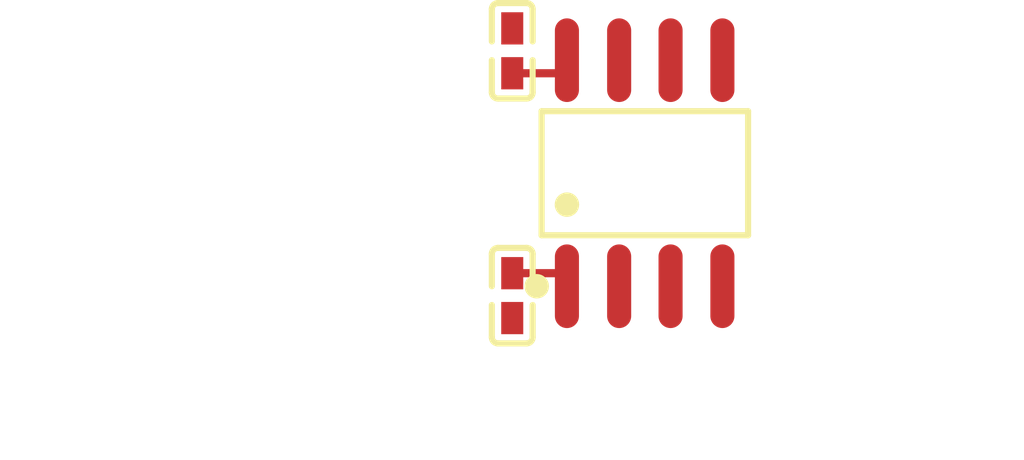
<source format=kicad_pcb>
(kicad_pcb (version 20241229) (generator "pcbnew") (generator_version "9.0")
  (layers (0 "F.Cu" signal) (2 "B.Cu" signal) (13 "F.Paste" user) (15 "B.Paste" user) (5 "F.SilkS" user "F.Silkscreen") (7 "B.SilkS" user "B.Silkscreen") (1 "F.Mask" user) (3 "B.Mask" user) (25 "Edge.Cuts" user))
  (net 0 "")
  (net 1 "hv-1")
  (net 2 "line")
  (net 3 "line-2")
  (net 4 "line-3")
  (net 5 "hv")
  (net 6 "gnd")
  (net 7 "line-1")
  (net 8 "gnd-1")
  (footprint "Samsung_Electro_Mechanics_CL05B104KO5NNNC:C0402" (layer "F.Cu") (at -3.25 -3 90)
    (property "Reference" "C1" (hide yes))
    (property "Value" "100nF ±10% 16V X7R")
    (fp_line (start 1.02 -0.5) (end 0.23 -0.5) (stroke (width 0.15)) (layer "F.SilkS"))
    (fp_line (start -1.02 -0.5) (end -0.23 -0.5) (stroke (width 0.15)) (layer "F.SilkS"))
    (fp_line (start 1.17 0.35) (end 1.17 -0.35) (stroke (width 0.15)) (layer "F.SilkS"))
    (fp_line (start -1.17 0.35) (end -1.17 -0.35) (stroke (width 0.15)) (layer "F.SilkS"))
    (fp_line (start 0.23 0.5) (end 1.02 0.5) (stroke (width 0.15)) (layer "F.SilkS"))
    (fp_line (start -0.23 0.5) (end -1.02 0.5) (stroke (width 0.15)) (layer "F.SilkS"))
    (fp_arc (start 1.02 -0.5) (mid 1.126066 -0.456066) (end 1.17 -0.35) (stroke (width 0.15)) (layer "F.SilkS"))
    (fp_arc (start -1.17 -0.35) (mid -1.126066 -0.456066) (end -1.02 -0.5) (stroke (width 0.15)) (layer "F.SilkS"))
    (fp_arc (start 1.17 0.35) (mid 1.126066 0.456066) (end 1.02 0.5) (stroke (width 0.15)) (layer "F.SilkS"))
    (fp_arc (start -1.02 0.5) (mid -1.126066 0.456066) (end -1.17 0.35) (stroke (width 0.15)) (layer "F.SilkS"))
    (pad "1" smd rect (at -0.55 0 90) (size 0.79 0.54) (layers "F.Cu" "F.Mask" "F.Paste") (net 5 "hv"))
    (pad "2" smd rect (at 0.55 0 90) (size 0.79 0.54) (layers "F.Cu" "F.Mask" "F.Paste") (net 8 "gnd-1"))
  )
  (footprint "Samsung_Electro_Mechanics_CL05B104KO5NNNC:C0402" (layer "F.Cu") (at -3.25 3 -90)
    (property "Reference" "C2" (hide yes))
    (property "Value" "100nF ±10% 16V X7R")
    (fp_line (start -0.23 0.5) (end -1.02 0.5) (stroke (width 0.15)) (layer "F.SilkS"))
    (fp_line (start 0.23 0.5) (end 1.02 0.5) (stroke (width 0.15)) (layer "F.SilkS"))
    (fp_line (start -1.17 0.35) (end -1.17 -0.35) (stroke (width 0.15)) (layer "F.SilkS"))
    (fp_line (start 1.17 0.35) (end 1.17 -0.35) (stroke (width 0.15)) (layer "F.SilkS"))
    (fp_line (start -1.02 -0.5) (end -0.23 -0.5) (stroke (width 0.15)) (layer "F.SilkS"))
    (fp_line (start 1.02 -0.5) (end 0.23 -0.5) (stroke (width 0.15)) (layer "F.SilkS"))
    (fp_arc (start -1.02 0.5) (mid -1.126066 0.456066) (end -1.17 0.35) (stroke (width 0.15)) (layer "F.SilkS"))
    (fp_arc (start 1.17 0.35) (mid 1.126066 0.456066) (end 1.02 0.5) (stroke (width 0.15)) (layer "F.SilkS"))
    (fp_arc (start -1.17 -0.35) (mid -1.126066 -0.456066) (end -1.02 -0.5) (stroke (width 0.15)) (layer "F.SilkS"))
    (fp_arc (start 1.02 -0.5) (mid 1.126066 -0.456066) (end 1.17 -0.35) (stroke (width 0.15)) (layer "F.SilkS"))
    (pad "1" smd rect (at -0.55 0 270) (size 0.79 0.54) (layers "F.Cu" "F.Mask" "F.Paste") (net 1 "hv-1"))
    (pad "2" smd rect (at 0.55 0 270) (size 0.79 0.54) (layers "F.Cu" "F.Mask" "F.Paste") (net 6 "gnd"))
  )
  (footprint "Texas_Instruments_ISO1540DR:SOIC-8_L4.9-W3.9-P1.27-LS6.0-BL" (layer "F.Cu") (at 0 0)
    (property "Reference" "U1" (hide yes))
    (property "Value" "")
    (fp_line (start -2.53 -1.52) (end 2.53 -1.52) (stroke (width 0.15)) (layer "F.SilkS"))
    (fp_line (start -2.53 1.52) (end -2.53 -1.52) (stroke (width 0.15)) (layer "F.SilkS"))
    (fp_line (start 2.53 -1.52) (end 2.53 1.52) (stroke (width 0.15)) (layer "F.SilkS"))
    (fp_line (start 2.53 1.52) (end -2.53 1.52) (stroke (width 0.15)) (layer "F.SilkS"))
    (fp_circle (center -2.65 2.77) (end -2.5 2.77) (stroke (width 0.3)) (fill no) (layer "F.SilkS"))
    (fp_circle (center -1.91 0.77) (end -1.76 0.77) (stroke (width 0.3)) (fill no) (layer "F.SilkS"))
    (pad "1" smd oval (at -1.91 2.77) (size 0.59 2.05) (layers "F.Cu" "F.Mask" "F.Paste") (net 1 "hv-1"))
    (pad "2" smd oval (at -0.63 2.77) (size 0.59 2.05) (layers "F.Cu" "F.Mask" "F.Paste") (net 4 "line-3"))
    (pad "3" smd oval (at 0.63 2.77) (size 0.59 2.05) (layers "F.Cu" "F.Mask" "F.Paste") (net 3 "line-2"))
    (pad "4" smd oval (at 1.9 2.77) (size 0.59 2.05) (layers "F.Cu" "F.Mask" "F.Paste") (net 6 "gnd"))
    (pad "5" smd oval (at 1.9 -2.77) (size 0.59 2.05) (layers "F.Cu" "F.Mask" "F.Paste") (net 8 "gnd-1"))
    (pad "6" smd oval (at 0.63 -2.77) (size 0.59 2.05) (layers "F.Cu" "F.Mask" "F.Paste") (net 2 "line"))
    (pad "7" smd oval (at -0.63 -2.77) (size 0.59 2.05) (layers "F.Cu" "F.Mask" "F.Paste") (net 7 "line-1"))
    (pad "8" smd oval (at -1.91 -2.77) (size 0.59 2.05) (layers "F.Cu" "F.Mask" "F.Paste") (net 5 "hv"))
  )
  (segment (start -1.91 2.45) (end -3.25 2.45) (width 0.2) (layer "F.Cu") (net 1))
  (segment (start -1.91 2.77) (end -1.91 2.45) (width 0.2) (layer "F.Cu") (net 1))
  (segment (start -1.91 -2.77) (end -1.91 -2.45) (width 0.2) (layer "F.Cu") (net 5))
  (segment (start -1.91 -2.45) (end -3.25 -2.45) (width 0.2) (layer "F.Cu") (net 5))
)
</source>
